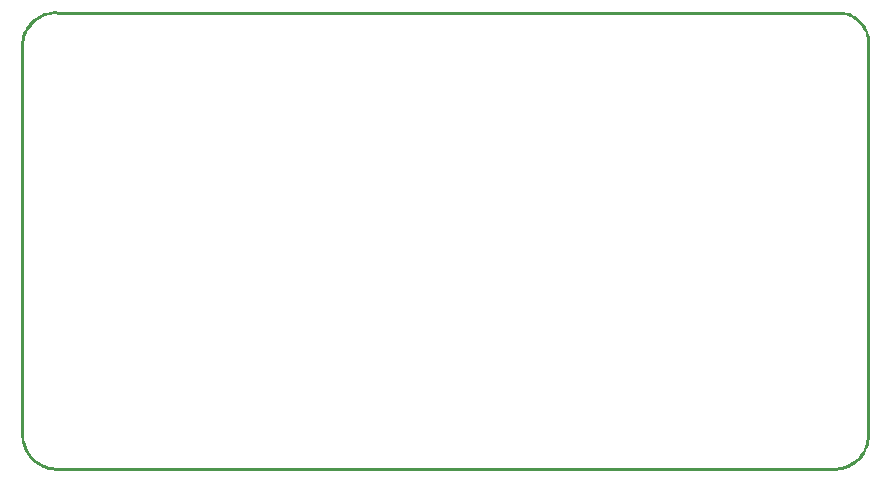
<source format=gbr>
G04 ===== Begin FILE IDENTIFICATION =====*
G04 File Format:  Gerber RS274X*
G04 ===== End FILE IDENTIFICATION =====*
%FSLAX24Y24*%
%MOMM*%
%SFA1.0000B1.0000*%
%OFA0.0B0.0*%
%ADD10C,0.025000*%
%LNprofile*%
%IPPOS*%
%LPD*%
G75*
G36*
G01X-6350Y-53351D02*
G01Y-53373D01*
G01X-6349Y-53395D01*
G01X-6348Y-53418D01*
G01X-6347Y-53440D01*
G01X-6345Y-53462D01*
G01X-6122Y-56003D01*
G01X-6120Y-56025D01*
G01X-6117Y-56047D01*
G01X-6115Y-56069D01*
G01X-6111Y-56091D01*
G01X-6108Y-56113D01*
G01X-5664Y-58624D01*
G01X-5659Y-58651D01*
G01X-5653Y-58678D01*
G01X-5647Y-58705D01*
G01X-5640Y-58732D01*
G01X-4980Y-61196D01*
G01X-4974Y-61217D01*
G01X-4967Y-61238D01*
G01X-4961Y-61260D01*
G01X-4954Y-61281D01*
G01X-4946Y-61302D01*
G01X-4073Y-63699D01*
G01X-4064Y-63725D01*
G01X-4053Y-63750D01*
G01X-4042Y-63776D01*
G01X-4031Y-63801D01*
G01X-2953Y-66112D01*
G01X-2943Y-66132D01*
G01X-2933Y-66152D01*
G01X-2923Y-66171D01*
G01X-2913Y-66191D01*
G01X-2902Y-66210D01*
G01X-1626Y-68419D01*
G01X-1614Y-68438D01*
G01X-1603Y-68457D01*
G01X-1591Y-68476D01*
G01X-1579Y-68495D01*
G01X-1566Y-68513D01*
G01X-102Y-70602D01*
G01X-86Y-70624D01*
G01X-69Y-70646D01*
G01X-52Y-70668D01*
G01X-35Y-70689D01*
G01X1604Y-72643D01*
G01X1618Y-72660D01*
G01X1633Y-72677D01*
G01X1648Y-72693D01*
G01X1664Y-72709D01*
G01X1679Y-72725D01*
G01X3483Y-74528D01*
G01X3499Y-74544D01*
G01X3515Y-74559D01*
G01X3532Y-74574D01*
G01X3548Y-74589D01*
G01X3565Y-74603D01*
G01X5520Y-76242D01*
G01X5541Y-76260D01*
G01X5563Y-76277D01*
G01X5585Y-76293D01*
G01X5607Y-76309D01*
G01X7696Y-77772D01*
G01X7715Y-77785D01*
G01X7733Y-77797D01*
G01X7752Y-77809D01*
G01X7771Y-77821D01*
G01X7790Y-77832D01*
G01X9999Y-79107D01*
G01X10018Y-79118D01*
G01X10038Y-79128D01*
G01X10058Y-79139D01*
G01X10078Y-79149D01*
G01X10098Y-79158D01*
G01X12410Y-80235D01*
G01X12435Y-80247D01*
G01X12460Y-80257D01*
G01X12486Y-80268D01*
G01X12512Y-80277D01*
G01X14909Y-81149D01*
G01X14935Y-81159D01*
G01X14961Y-81167D01*
G01X14988Y-81175D01*
G01X15014Y-81183D01*
G01X17478Y-81843D01*
G01X17500Y-81848D01*
G01X17522Y-81854D01*
G01X17543Y-81858D01*
G01X17565Y-81863D01*
G01X17587Y-81867D01*
G01X20099Y-82309D01*
G01X20126Y-82313D01*
G01X20154Y-82317D01*
G01X20181Y-82320D01*
G01X20208Y-82323D01*
G01X22749Y-82545D01*
G01X22777Y-82547D01*
G01X22805Y-82549D01*
G01X22832Y-82550D01*
G01X22860D01*
G01X683260D01*
G01X683288D01*
G01X683315Y-82549D01*
G01X683343Y-82547D01*
G01X683371Y-82545D01*
G01X685912Y-82323D01*
G01X685939Y-82320D01*
G01X685966Y-82317D01*
G01X685994Y-82313D01*
G01X686021Y-82309D01*
G01X688533Y-81867D01*
G01X688555Y-81863D01*
G01X688577Y-81858D01*
G01X688598Y-81854D01*
G01X688620Y-81848D01*
G01X688642Y-81843D01*
G01X691106Y-81183D01*
G01X691132Y-81175D01*
G01X691159Y-81167D01*
G01X691185Y-81159D01*
G01X691211Y-81149D01*
G01X693608Y-80277D01*
G01X693634Y-80268D01*
G01X693660Y-80257D01*
G01X693685Y-80247D01*
G01X693710Y-80235D01*
G01X696022Y-79158D01*
G01X696042Y-79149D01*
G01X696062Y-79139D01*
G01X696082Y-79128D01*
G01X696102Y-79118D01*
G01X696121Y-79107D01*
G01X698330Y-77832D01*
G01X698349Y-77821D01*
G01X698368Y-77809D01*
G01X698387Y-77797D01*
G01X698405Y-77785D01*
G01X698423Y-77772D01*
G01X700513Y-76309D01*
G01X700531Y-76297D01*
G01X700549Y-76283D01*
G01X700567Y-76270D01*
G01X700584Y-76256D01*
G01X700601Y-76242D01*
G01X702555Y-74603D01*
G01X702576Y-74585D01*
G01X702597Y-74567D01*
G01X702617Y-74548D01*
G01X702637Y-74528D01*
G01X704441Y-72725D01*
G01X704456Y-72709D01*
G01X704472Y-72693D01*
G01X704487Y-72677D01*
G01X704501Y-72660D01*
G01X704516Y-72643D01*
G01X706156Y-70689D01*
G01X706170Y-70672D01*
G01X706184Y-70655D01*
G01X706197Y-70637D01*
G01X706210Y-70620D01*
G01X706223Y-70602D01*
G01X707686Y-68513D01*
G01X707702Y-68490D01*
G01X707717Y-68467D01*
G01X707732Y-68443D01*
G01X707746Y-68419D01*
G01X709022Y-66210D01*
G01X709033Y-66191D01*
G01X709043Y-66171D01*
G01X709053Y-66152D01*
G01X709063Y-66132D01*
G01X709073Y-66112D01*
G01X710151Y-63801D01*
G01X710162Y-63776D01*
G01X710173Y-63750D01*
G01X710184Y-63725D01*
G01X710193Y-63699D01*
G01X711066Y-61302D01*
G01X711074Y-61281D01*
G01X711081Y-61260D01*
G01X711087Y-61238D01*
G01X711094Y-61217D01*
G01X711100Y-61196D01*
G01X711760Y-58732D01*
G01X711767Y-58705D01*
G01X711773Y-58678D01*
G01X711779Y-58651D01*
G01X711784Y-58624D01*
G01X712228Y-56113D01*
G01X712231Y-56091D01*
G01X712235Y-56069D01*
G01X712237Y-56047D01*
G01X712240Y-56025D01*
G01X712242Y-56003D01*
G01X712465Y-53462D01*
G01X712467Y-53440D01*
G01X712468Y-53418D01*
G01X712469Y-53395D01*
G01X712470Y-53373D01*
G01Y-53351D01*
G01Y279400D01*
G01Y279428D01*
G01X712469Y279456D01*
G01X712372Y281670D01*
G01X712370Y281697D01*
G01X712368Y281725D01*
G01X712365Y281752D01*
G01X712362Y281780D01*
G01X712073Y283977D01*
G01X712069Y284004D01*
G01X712065Y284031D01*
G01X712060Y284059D01*
G01X712054Y284086D01*
G01X711575Y286249D01*
G01X711570Y286270D01*
G01X711565Y286292D01*
G01X711559Y286314D01*
G01X711553Y286335D01*
G01X711546Y286356D01*
G01X710879Y288469D01*
G01X710871Y288495D01*
G01X710861Y288521D01*
G01X710852Y288547D01*
G01X710841Y288573D01*
G01X709993Y290621D01*
G01X709985Y290641D01*
G01X709976Y290662D01*
G01X709966Y290682D01*
G01X709957Y290702D01*
G01X709946Y290721D01*
G01X708923Y292686D01*
G01X708913Y292706D01*
G01X708902Y292725D01*
G01X708891Y292745D01*
G01X708880Y292764D01*
G01X708868Y292782D01*
G01X707677Y294651D01*
G01X707662Y294675D01*
G01X707646Y294697D01*
G01X707630Y294720D01*
G01X707614Y294742D01*
G01X706266Y296500D01*
G01X706252Y296517D01*
G01X706238Y296535D01*
G01X706224Y296552D01*
G01X706209Y296568D01*
G01X706194Y296585D01*
G01X704697Y298219D01*
G01X704682Y298235D01*
G01X704667Y298251D01*
G01X704651Y298267D01*
G01X704635Y298282D01*
G01X704619Y298297D01*
G01X702985Y299794D01*
G01X702968Y299809D01*
G01X702952Y299824D01*
G01X702935Y299838D01*
G01X702917Y299852D01*
G01X702900Y299866D01*
G01X701142Y301214D01*
G01X701120Y301230D01*
G01X701097Y301246D01*
G01X701075Y301262D01*
G01X701051Y301277D01*
G01X699182Y302468D01*
G01X699164Y302480D01*
G01X699145Y302491D01*
G01X699125Y302502D01*
G01X699106Y302513D01*
G01X699086Y302523D01*
G01X697121Y303546D01*
G01X697102Y303557D01*
G01X697082Y303566D01*
G01X697062Y303576D01*
G01X697041Y303585D01*
G01X697021Y303593D01*
G01X694973Y304441D01*
G01X694947Y304452D01*
G01X694921Y304461D01*
G01X694895Y304471D01*
G01X694869Y304479D01*
G01X692756Y305146D01*
G01X692735Y305153D01*
G01X692714Y305159D01*
G01X692692Y305165D01*
G01X692670Y305170D01*
G01X692649Y305175D01*
G01X690486Y305654D01*
G01X690459Y305660D01*
G01X690431Y305665D01*
G01X690404Y305669D01*
G01X690377Y305673D01*
G01X688180Y305962D01*
G01X688152Y305965D01*
G01X688125Y305968D01*
G01X688097Y305970D01*
G01X688070Y305972D01*
G01X685856Y306069D01*
G01X685828Y306070D01*
G01X685800D01*
G01X25430D01*
G01X23015Y306184D01*
G01X22987Y306185D01*
G01X22959D01*
G01X22951D01*
G01Y303644D01*
G01X25340Y303531D01*
G01X25370Y303530D01*
G01X25400D01*
G01X685772D01*
G01X687903Y303437D01*
G01X689990Y303162D01*
G01X692045Y302707D01*
G01X694052Y302074D01*
G01X695998Y301268D01*
G01X697864Y300296D01*
G01X699640Y299165D01*
G01X701310Y297884D01*
G01X702862Y296462D01*
G01X704284Y294910D01*
G01X705565Y293240D01*
G01X706696Y291464D01*
G01X707668Y289598D01*
G01X708474Y287652D01*
G01X709107Y285645D01*
G01X709562Y283590D01*
G01X709837Y281503D01*
G01X709930Y279372D01*
G01Y-53295D01*
G01X709717Y-55726D01*
G01X709292Y-58128D01*
G01X708661Y-60485D01*
G01X707826Y-62777D01*
G01X706795Y-64988D01*
G01X705574Y-67101D01*
G01X704175Y-69099D01*
G01X702606Y-70968D01*
G01X700880Y-72693D01*
G01X699011Y-74260D01*
G01X697012Y-75660D01*
G01X694899Y-76879D01*
G01X692688Y-77909D01*
G01X690395Y-78744D01*
G01X688038Y-79375D01*
G01X685635Y-79798D01*
G01X683205Y-80010D01*
G01X22915D01*
G01X20485Y-79798D01*
G01X18082Y-79375D01*
G01X15725Y-78744D01*
G01X13432Y-77909D01*
G01X11221Y-76879D01*
G01X9108Y-75660D01*
G01X7110Y-74260D01*
G01X5239Y-72692D01*
G01X3514Y-70968D01*
G01X1946Y-69099D01*
G01X546Y-67101D01*
G01X-675Y-64988D01*
G01X-1706Y-62777D01*
G01X-2541Y-60485D01*
G01X-3172Y-58128D01*
G01X-3597Y-55726D01*
G01X-3810Y-53295D01*
G01Y279315D01*
G01X-3501Y281601D01*
G01X-2988Y283880D01*
G01X-2278Y286106D01*
G01X-1376Y288262D01*
G01X-290Y290331D01*
G01X972Y292297D01*
G01X2401Y294146D01*
G01X3985Y295863D01*
G01X5713Y297436D01*
G01X7571Y298852D01*
G01X9547Y300101D01*
G01X11623Y301173D01*
G01X13785Y302060D01*
G01X16016Y302755D01*
G01X18299Y303252D01*
G01X20617Y303550D01*
G01X22951Y303644D01*
G01Y306185D01*
G01X22932D01*
G01X22904Y306184D01*
G01X20459Y306086D01*
G01X20437Y306085D01*
G01X20415Y306083D01*
G01X20392Y306082D01*
G01X20370Y306079D01*
G01X20348Y306077D01*
G01X17920Y305765D01*
G01X17893Y305761D01*
G01X17866Y305756D01*
G01X17839Y305751D01*
G01X17812Y305746D01*
G01X15421Y305225D01*
G01X15399Y305220D01*
G01X15377Y305215D01*
G01X15356Y305209D01*
G01X15335Y305203D01*
G01X15313Y305197D01*
G01X12976Y304469D01*
G01X12955Y304462D01*
G01X12934Y304455D01*
G01X12913Y304447D01*
G01X12892Y304439D01*
G01X12872Y304431D01*
G01X10608Y303502D01*
G01X10587Y303493D01*
G01X10567Y303484D01*
G01X10547Y303475D01*
G01X10527Y303465D01*
G01X10507Y303455D01*
G01X8332Y302332D01*
G01X8308Y302320D01*
G01X8284Y302306D01*
G01X8260Y302292D01*
G01X8236Y302277D01*
G01X6167Y300969D01*
G01X6144Y300954D01*
G01X6121Y300939D01*
G01X6099Y300923D01*
G01X6076Y300906D01*
G01X4129Y299423D01*
G01X4112Y299410D01*
G01X4095Y299396D01*
G01X4077Y299381D01*
G01X4061Y299367D01*
G01X4044Y299352D01*
G01X2234Y297704D01*
G01X2218Y297689D01*
G01X2202Y297674D01*
G01X2186Y297658D01*
G01X2171Y297642D01*
G01X2155Y297626D01*
G01X496Y295827D01*
G01X478Y295807D01*
G01X460Y295786D01*
G01X442Y295764D01*
G01X425Y295743D01*
G01X-1072Y293807D01*
G01X-1085Y293789D01*
G01X-1098Y293771D01*
G01X-1111Y293753D01*
G01X-1124Y293735D01*
G01X-1136Y293716D01*
G01X-2458Y291656D01*
G01X-2470Y291637D01*
G01X-2481Y291618D01*
G01X-2492Y291599D01*
G01X-2503Y291580D01*
G01X-2514Y291560D01*
G01X-3651Y289393D01*
G01X-3663Y289369D01*
G01X-3675Y289344D01*
G01X-3687Y289319D01*
G01X-3698Y289293D01*
G01X-4643Y287035D01*
G01X-4651Y287015D01*
G01X-4659Y286994D01*
G01X-4667Y286973D01*
G01X-4674Y286952D01*
G01X-4681Y286931D01*
G01X-5425Y284599D01*
G01X-5431Y284578D01*
G01X-5438Y284556D01*
G01X-5444Y284535D01*
G01X-5449Y284513D01*
G01X-5454Y284492D01*
G01X-5991Y282105D01*
G01X-5997Y282078D01*
G01X-6002Y282051D01*
G01X-6007Y282023D01*
G01X-6011Y281996D01*
G01X-6339Y279570D01*
G01X-6342Y279546D01*
G01X-6344Y279522D01*
G01X-6346Y279497D01*
G01X-6348Y279473D01*
G01X-6349Y279449D01*
G01X-6350Y279424D01*
G01Y279400D01*
G01Y-53351D01*
G37*
M02*


</source>
